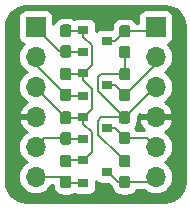
<source format=gbr>
G04 #@! TF.GenerationSoftware,KiCad,Pcbnew,(5.1.4)-1*
G04 #@! TF.CreationDate,2019-10-08T20:24:19-04:00*
G04 #@! TF.ProjectId,logic level shifter (bidirectional),6c6f6769-6320-46c6-9576-656c20736869,rev?*
G04 #@! TF.SameCoordinates,Original*
G04 #@! TF.FileFunction,Copper,L1,Top*
G04 #@! TF.FilePolarity,Positive*
%FSLAX46Y46*%
G04 Gerber Fmt 4.6, Leading zero omitted, Abs format (unit mm)*
G04 Created by KiCad (PCBNEW (5.1.4)-1) date 2019-10-08 20:24:19*
%MOMM*%
%LPD*%
G04 APERTURE LIST*
%ADD10R,0.900000X0.800000*%
%ADD11C,0.100000*%
%ADD12C,0.950000*%
%ADD13O,1.700000X1.700000*%
%ADD14R,1.700000X1.700000*%
%ADD15C,0.177800*%
%ADD16C,0.254000*%
G04 APERTURE END LIST*
D10*
X113122200Y-72202000D03*
X113122200Y-74102000D03*
X115122200Y-73152000D03*
X115122200Y-76835000D03*
X113122200Y-77785000D03*
X113122200Y-75885000D03*
X113122200Y-79568000D03*
X113122200Y-81468000D03*
X115122200Y-80518000D03*
X115122200Y-84201000D03*
X113122200Y-85151000D03*
X113122200Y-83251000D03*
D11*
G36*
X111893779Y-71753144D02*
G01*
X111916834Y-71756563D01*
X111939443Y-71762227D01*
X111961387Y-71770079D01*
X111982457Y-71780044D01*
X112002448Y-71792026D01*
X112021168Y-71805910D01*
X112038438Y-71821562D01*
X112054090Y-71838832D01*
X112067974Y-71857552D01*
X112079956Y-71877543D01*
X112089921Y-71898613D01*
X112097773Y-71920557D01*
X112103437Y-71943166D01*
X112106856Y-71966221D01*
X112108000Y-71989500D01*
X112108000Y-72564500D01*
X112106856Y-72587779D01*
X112103437Y-72610834D01*
X112097773Y-72633443D01*
X112089921Y-72655387D01*
X112079956Y-72676457D01*
X112067974Y-72696448D01*
X112054090Y-72715168D01*
X112038438Y-72732438D01*
X112021168Y-72748090D01*
X112002448Y-72761974D01*
X111982457Y-72773956D01*
X111961387Y-72783921D01*
X111939443Y-72791773D01*
X111916834Y-72797437D01*
X111893779Y-72800856D01*
X111870500Y-72802000D01*
X111395500Y-72802000D01*
X111372221Y-72800856D01*
X111349166Y-72797437D01*
X111326557Y-72791773D01*
X111304613Y-72783921D01*
X111283543Y-72773956D01*
X111263552Y-72761974D01*
X111244832Y-72748090D01*
X111227562Y-72732438D01*
X111211910Y-72715168D01*
X111198026Y-72696448D01*
X111186044Y-72676457D01*
X111176079Y-72655387D01*
X111168227Y-72633443D01*
X111162563Y-72610834D01*
X111159144Y-72587779D01*
X111158000Y-72564500D01*
X111158000Y-71989500D01*
X111159144Y-71966221D01*
X111162563Y-71943166D01*
X111168227Y-71920557D01*
X111176079Y-71898613D01*
X111186044Y-71877543D01*
X111198026Y-71857552D01*
X111211910Y-71838832D01*
X111227562Y-71821562D01*
X111244832Y-71805910D01*
X111263552Y-71792026D01*
X111283543Y-71780044D01*
X111304613Y-71770079D01*
X111326557Y-71762227D01*
X111349166Y-71756563D01*
X111372221Y-71753144D01*
X111395500Y-71752000D01*
X111870500Y-71752000D01*
X111893779Y-71753144D01*
X111893779Y-71753144D01*
G37*
D12*
X111633000Y-72277000D03*
D11*
G36*
X111893779Y-73503144D02*
G01*
X111916834Y-73506563D01*
X111939443Y-73512227D01*
X111961387Y-73520079D01*
X111982457Y-73530044D01*
X112002448Y-73542026D01*
X112021168Y-73555910D01*
X112038438Y-73571562D01*
X112054090Y-73588832D01*
X112067974Y-73607552D01*
X112079956Y-73627543D01*
X112089921Y-73648613D01*
X112097773Y-73670557D01*
X112103437Y-73693166D01*
X112106856Y-73716221D01*
X112108000Y-73739500D01*
X112108000Y-74314500D01*
X112106856Y-74337779D01*
X112103437Y-74360834D01*
X112097773Y-74383443D01*
X112089921Y-74405387D01*
X112079956Y-74426457D01*
X112067974Y-74446448D01*
X112054090Y-74465168D01*
X112038438Y-74482438D01*
X112021168Y-74498090D01*
X112002448Y-74511974D01*
X111982457Y-74523956D01*
X111961387Y-74533921D01*
X111939443Y-74541773D01*
X111916834Y-74547437D01*
X111893779Y-74550856D01*
X111870500Y-74552000D01*
X111395500Y-74552000D01*
X111372221Y-74550856D01*
X111349166Y-74547437D01*
X111326557Y-74541773D01*
X111304613Y-74533921D01*
X111283543Y-74523956D01*
X111263552Y-74511974D01*
X111244832Y-74498090D01*
X111227562Y-74482438D01*
X111211910Y-74465168D01*
X111198026Y-74446448D01*
X111186044Y-74426457D01*
X111176079Y-74405387D01*
X111168227Y-74383443D01*
X111162563Y-74360834D01*
X111159144Y-74337779D01*
X111158000Y-74314500D01*
X111158000Y-73739500D01*
X111159144Y-73716221D01*
X111162563Y-73693166D01*
X111168227Y-73670557D01*
X111176079Y-73648613D01*
X111186044Y-73627543D01*
X111198026Y-73607552D01*
X111211910Y-73588832D01*
X111227562Y-73571562D01*
X111244832Y-73555910D01*
X111263552Y-73542026D01*
X111283543Y-73530044D01*
X111304613Y-73520079D01*
X111326557Y-73512227D01*
X111349166Y-73506563D01*
X111372221Y-73503144D01*
X111395500Y-73502000D01*
X111870500Y-73502000D01*
X111893779Y-73503144D01*
X111893779Y-73503144D01*
G37*
D12*
X111633000Y-74027000D03*
D11*
G36*
X116897579Y-71803944D02*
G01*
X116920634Y-71807363D01*
X116943243Y-71813027D01*
X116965187Y-71820879D01*
X116986257Y-71830844D01*
X117006248Y-71842826D01*
X117024968Y-71856710D01*
X117042238Y-71872362D01*
X117057890Y-71889632D01*
X117071774Y-71908352D01*
X117083756Y-71928343D01*
X117093721Y-71949413D01*
X117101573Y-71971357D01*
X117107237Y-71993966D01*
X117110656Y-72017021D01*
X117111800Y-72040300D01*
X117111800Y-72615300D01*
X117110656Y-72638579D01*
X117107237Y-72661634D01*
X117101573Y-72684243D01*
X117093721Y-72706187D01*
X117083756Y-72727257D01*
X117071774Y-72747248D01*
X117057890Y-72765968D01*
X117042238Y-72783238D01*
X117024968Y-72798890D01*
X117006248Y-72812774D01*
X116986257Y-72824756D01*
X116965187Y-72834721D01*
X116943243Y-72842573D01*
X116920634Y-72848237D01*
X116897579Y-72851656D01*
X116874300Y-72852800D01*
X116399300Y-72852800D01*
X116376021Y-72851656D01*
X116352966Y-72848237D01*
X116330357Y-72842573D01*
X116308413Y-72834721D01*
X116287343Y-72824756D01*
X116267352Y-72812774D01*
X116248632Y-72798890D01*
X116231362Y-72783238D01*
X116215710Y-72765968D01*
X116201826Y-72747248D01*
X116189844Y-72727257D01*
X116179879Y-72706187D01*
X116172027Y-72684243D01*
X116166363Y-72661634D01*
X116162944Y-72638579D01*
X116161800Y-72615300D01*
X116161800Y-72040300D01*
X116162944Y-72017021D01*
X116166363Y-71993966D01*
X116172027Y-71971357D01*
X116179879Y-71949413D01*
X116189844Y-71928343D01*
X116201826Y-71908352D01*
X116215710Y-71889632D01*
X116231362Y-71872362D01*
X116248632Y-71856710D01*
X116267352Y-71842826D01*
X116287343Y-71830844D01*
X116308413Y-71820879D01*
X116330357Y-71813027D01*
X116352966Y-71807363D01*
X116376021Y-71803944D01*
X116399300Y-71802800D01*
X116874300Y-71802800D01*
X116897579Y-71803944D01*
X116897579Y-71803944D01*
G37*
D12*
X116636800Y-72327800D03*
D11*
G36*
X116897579Y-73553944D02*
G01*
X116920634Y-73557363D01*
X116943243Y-73563027D01*
X116965187Y-73570879D01*
X116986257Y-73580844D01*
X117006248Y-73592826D01*
X117024968Y-73606710D01*
X117042238Y-73622362D01*
X117057890Y-73639632D01*
X117071774Y-73658352D01*
X117083756Y-73678343D01*
X117093721Y-73699413D01*
X117101573Y-73721357D01*
X117107237Y-73743966D01*
X117110656Y-73767021D01*
X117111800Y-73790300D01*
X117111800Y-74365300D01*
X117110656Y-74388579D01*
X117107237Y-74411634D01*
X117101573Y-74434243D01*
X117093721Y-74456187D01*
X117083756Y-74477257D01*
X117071774Y-74497248D01*
X117057890Y-74515968D01*
X117042238Y-74533238D01*
X117024968Y-74548890D01*
X117006248Y-74562774D01*
X116986257Y-74574756D01*
X116965187Y-74584721D01*
X116943243Y-74592573D01*
X116920634Y-74598237D01*
X116897579Y-74601656D01*
X116874300Y-74602800D01*
X116399300Y-74602800D01*
X116376021Y-74601656D01*
X116352966Y-74598237D01*
X116330357Y-74592573D01*
X116308413Y-74584721D01*
X116287343Y-74574756D01*
X116267352Y-74562774D01*
X116248632Y-74548890D01*
X116231362Y-74533238D01*
X116215710Y-74515968D01*
X116201826Y-74497248D01*
X116189844Y-74477257D01*
X116179879Y-74456187D01*
X116172027Y-74434243D01*
X116166363Y-74411634D01*
X116162944Y-74388579D01*
X116161800Y-74365300D01*
X116161800Y-73790300D01*
X116162944Y-73767021D01*
X116166363Y-73743966D01*
X116172027Y-73721357D01*
X116179879Y-73699413D01*
X116189844Y-73678343D01*
X116201826Y-73658352D01*
X116215710Y-73639632D01*
X116231362Y-73622362D01*
X116248632Y-73606710D01*
X116267352Y-73592826D01*
X116287343Y-73580844D01*
X116308413Y-73570879D01*
X116330357Y-73563027D01*
X116352966Y-73557363D01*
X116376021Y-73553944D01*
X116399300Y-73552800D01*
X116874300Y-73552800D01*
X116897579Y-73553944D01*
X116897579Y-73553944D01*
G37*
D12*
X116636800Y-74077800D03*
D11*
G36*
X111893779Y-75436144D02*
G01*
X111916834Y-75439563D01*
X111939443Y-75445227D01*
X111961387Y-75453079D01*
X111982457Y-75463044D01*
X112002448Y-75475026D01*
X112021168Y-75488910D01*
X112038438Y-75504562D01*
X112054090Y-75521832D01*
X112067974Y-75540552D01*
X112079956Y-75560543D01*
X112089921Y-75581613D01*
X112097773Y-75603557D01*
X112103437Y-75626166D01*
X112106856Y-75649221D01*
X112108000Y-75672500D01*
X112108000Y-76247500D01*
X112106856Y-76270779D01*
X112103437Y-76293834D01*
X112097773Y-76316443D01*
X112089921Y-76338387D01*
X112079956Y-76359457D01*
X112067974Y-76379448D01*
X112054090Y-76398168D01*
X112038438Y-76415438D01*
X112021168Y-76431090D01*
X112002448Y-76444974D01*
X111982457Y-76456956D01*
X111961387Y-76466921D01*
X111939443Y-76474773D01*
X111916834Y-76480437D01*
X111893779Y-76483856D01*
X111870500Y-76485000D01*
X111395500Y-76485000D01*
X111372221Y-76483856D01*
X111349166Y-76480437D01*
X111326557Y-76474773D01*
X111304613Y-76466921D01*
X111283543Y-76456956D01*
X111263552Y-76444974D01*
X111244832Y-76431090D01*
X111227562Y-76415438D01*
X111211910Y-76398168D01*
X111198026Y-76379448D01*
X111186044Y-76359457D01*
X111176079Y-76338387D01*
X111168227Y-76316443D01*
X111162563Y-76293834D01*
X111159144Y-76270779D01*
X111158000Y-76247500D01*
X111158000Y-75672500D01*
X111159144Y-75649221D01*
X111162563Y-75626166D01*
X111168227Y-75603557D01*
X111176079Y-75581613D01*
X111186044Y-75560543D01*
X111198026Y-75540552D01*
X111211910Y-75521832D01*
X111227562Y-75504562D01*
X111244832Y-75488910D01*
X111263552Y-75475026D01*
X111283543Y-75463044D01*
X111304613Y-75453079D01*
X111326557Y-75445227D01*
X111349166Y-75439563D01*
X111372221Y-75436144D01*
X111395500Y-75435000D01*
X111870500Y-75435000D01*
X111893779Y-75436144D01*
X111893779Y-75436144D01*
G37*
D12*
X111633000Y-75960000D03*
D11*
G36*
X111893779Y-77186144D02*
G01*
X111916834Y-77189563D01*
X111939443Y-77195227D01*
X111961387Y-77203079D01*
X111982457Y-77213044D01*
X112002448Y-77225026D01*
X112021168Y-77238910D01*
X112038438Y-77254562D01*
X112054090Y-77271832D01*
X112067974Y-77290552D01*
X112079956Y-77310543D01*
X112089921Y-77331613D01*
X112097773Y-77353557D01*
X112103437Y-77376166D01*
X112106856Y-77399221D01*
X112108000Y-77422500D01*
X112108000Y-77997500D01*
X112106856Y-78020779D01*
X112103437Y-78043834D01*
X112097773Y-78066443D01*
X112089921Y-78088387D01*
X112079956Y-78109457D01*
X112067974Y-78129448D01*
X112054090Y-78148168D01*
X112038438Y-78165438D01*
X112021168Y-78181090D01*
X112002448Y-78194974D01*
X111982457Y-78206956D01*
X111961387Y-78216921D01*
X111939443Y-78224773D01*
X111916834Y-78230437D01*
X111893779Y-78233856D01*
X111870500Y-78235000D01*
X111395500Y-78235000D01*
X111372221Y-78233856D01*
X111349166Y-78230437D01*
X111326557Y-78224773D01*
X111304613Y-78216921D01*
X111283543Y-78206956D01*
X111263552Y-78194974D01*
X111244832Y-78181090D01*
X111227562Y-78165438D01*
X111211910Y-78148168D01*
X111198026Y-78129448D01*
X111186044Y-78109457D01*
X111176079Y-78088387D01*
X111168227Y-78066443D01*
X111162563Y-78043834D01*
X111159144Y-78020779D01*
X111158000Y-77997500D01*
X111158000Y-77422500D01*
X111159144Y-77399221D01*
X111162563Y-77376166D01*
X111168227Y-77353557D01*
X111176079Y-77331613D01*
X111186044Y-77310543D01*
X111198026Y-77290552D01*
X111211910Y-77271832D01*
X111227562Y-77254562D01*
X111244832Y-77238910D01*
X111263552Y-77225026D01*
X111283543Y-77213044D01*
X111304613Y-77203079D01*
X111326557Y-77195227D01*
X111349166Y-77189563D01*
X111372221Y-77186144D01*
X111395500Y-77185000D01*
X111870500Y-77185000D01*
X111893779Y-77186144D01*
X111893779Y-77186144D01*
G37*
D12*
X111633000Y-77710000D03*
D11*
G36*
X116897579Y-77186144D02*
G01*
X116920634Y-77189563D01*
X116943243Y-77195227D01*
X116965187Y-77203079D01*
X116986257Y-77213044D01*
X117006248Y-77225026D01*
X117024968Y-77238910D01*
X117042238Y-77254562D01*
X117057890Y-77271832D01*
X117071774Y-77290552D01*
X117083756Y-77310543D01*
X117093721Y-77331613D01*
X117101573Y-77353557D01*
X117107237Y-77376166D01*
X117110656Y-77399221D01*
X117111800Y-77422500D01*
X117111800Y-77997500D01*
X117110656Y-78020779D01*
X117107237Y-78043834D01*
X117101573Y-78066443D01*
X117093721Y-78088387D01*
X117083756Y-78109457D01*
X117071774Y-78129448D01*
X117057890Y-78148168D01*
X117042238Y-78165438D01*
X117024968Y-78181090D01*
X117006248Y-78194974D01*
X116986257Y-78206956D01*
X116965187Y-78216921D01*
X116943243Y-78224773D01*
X116920634Y-78230437D01*
X116897579Y-78233856D01*
X116874300Y-78235000D01*
X116399300Y-78235000D01*
X116376021Y-78233856D01*
X116352966Y-78230437D01*
X116330357Y-78224773D01*
X116308413Y-78216921D01*
X116287343Y-78206956D01*
X116267352Y-78194974D01*
X116248632Y-78181090D01*
X116231362Y-78165438D01*
X116215710Y-78148168D01*
X116201826Y-78129448D01*
X116189844Y-78109457D01*
X116179879Y-78088387D01*
X116172027Y-78066443D01*
X116166363Y-78043834D01*
X116162944Y-78020779D01*
X116161800Y-77997500D01*
X116161800Y-77422500D01*
X116162944Y-77399221D01*
X116166363Y-77376166D01*
X116172027Y-77353557D01*
X116179879Y-77331613D01*
X116189844Y-77310543D01*
X116201826Y-77290552D01*
X116215710Y-77271832D01*
X116231362Y-77254562D01*
X116248632Y-77238910D01*
X116267352Y-77225026D01*
X116287343Y-77213044D01*
X116308413Y-77203079D01*
X116330357Y-77195227D01*
X116352966Y-77189563D01*
X116376021Y-77186144D01*
X116399300Y-77185000D01*
X116874300Y-77185000D01*
X116897579Y-77186144D01*
X116897579Y-77186144D01*
G37*
D12*
X116636800Y-77710000D03*
D11*
G36*
X116897579Y-75436144D02*
G01*
X116920634Y-75439563D01*
X116943243Y-75445227D01*
X116965187Y-75453079D01*
X116986257Y-75463044D01*
X117006248Y-75475026D01*
X117024968Y-75488910D01*
X117042238Y-75504562D01*
X117057890Y-75521832D01*
X117071774Y-75540552D01*
X117083756Y-75560543D01*
X117093721Y-75581613D01*
X117101573Y-75603557D01*
X117107237Y-75626166D01*
X117110656Y-75649221D01*
X117111800Y-75672500D01*
X117111800Y-76247500D01*
X117110656Y-76270779D01*
X117107237Y-76293834D01*
X117101573Y-76316443D01*
X117093721Y-76338387D01*
X117083756Y-76359457D01*
X117071774Y-76379448D01*
X117057890Y-76398168D01*
X117042238Y-76415438D01*
X117024968Y-76431090D01*
X117006248Y-76444974D01*
X116986257Y-76456956D01*
X116965187Y-76466921D01*
X116943243Y-76474773D01*
X116920634Y-76480437D01*
X116897579Y-76483856D01*
X116874300Y-76485000D01*
X116399300Y-76485000D01*
X116376021Y-76483856D01*
X116352966Y-76480437D01*
X116330357Y-76474773D01*
X116308413Y-76466921D01*
X116287343Y-76456956D01*
X116267352Y-76444974D01*
X116248632Y-76431090D01*
X116231362Y-76415438D01*
X116215710Y-76398168D01*
X116201826Y-76379448D01*
X116189844Y-76359457D01*
X116179879Y-76338387D01*
X116172027Y-76316443D01*
X116166363Y-76293834D01*
X116162944Y-76270779D01*
X116161800Y-76247500D01*
X116161800Y-75672500D01*
X116162944Y-75649221D01*
X116166363Y-75626166D01*
X116172027Y-75603557D01*
X116179879Y-75581613D01*
X116189844Y-75560543D01*
X116201826Y-75540552D01*
X116215710Y-75521832D01*
X116231362Y-75504562D01*
X116248632Y-75488910D01*
X116267352Y-75475026D01*
X116287343Y-75463044D01*
X116308413Y-75453079D01*
X116330357Y-75445227D01*
X116352966Y-75439563D01*
X116376021Y-75436144D01*
X116399300Y-75435000D01*
X116874300Y-75435000D01*
X116897579Y-75436144D01*
X116897579Y-75436144D01*
G37*
D12*
X116636800Y-75960000D03*
D11*
G36*
X111893779Y-79119144D02*
G01*
X111916834Y-79122563D01*
X111939443Y-79128227D01*
X111961387Y-79136079D01*
X111982457Y-79146044D01*
X112002448Y-79158026D01*
X112021168Y-79171910D01*
X112038438Y-79187562D01*
X112054090Y-79204832D01*
X112067974Y-79223552D01*
X112079956Y-79243543D01*
X112089921Y-79264613D01*
X112097773Y-79286557D01*
X112103437Y-79309166D01*
X112106856Y-79332221D01*
X112108000Y-79355500D01*
X112108000Y-79930500D01*
X112106856Y-79953779D01*
X112103437Y-79976834D01*
X112097773Y-79999443D01*
X112089921Y-80021387D01*
X112079956Y-80042457D01*
X112067974Y-80062448D01*
X112054090Y-80081168D01*
X112038438Y-80098438D01*
X112021168Y-80114090D01*
X112002448Y-80127974D01*
X111982457Y-80139956D01*
X111961387Y-80149921D01*
X111939443Y-80157773D01*
X111916834Y-80163437D01*
X111893779Y-80166856D01*
X111870500Y-80168000D01*
X111395500Y-80168000D01*
X111372221Y-80166856D01*
X111349166Y-80163437D01*
X111326557Y-80157773D01*
X111304613Y-80149921D01*
X111283543Y-80139956D01*
X111263552Y-80127974D01*
X111244832Y-80114090D01*
X111227562Y-80098438D01*
X111211910Y-80081168D01*
X111198026Y-80062448D01*
X111186044Y-80042457D01*
X111176079Y-80021387D01*
X111168227Y-79999443D01*
X111162563Y-79976834D01*
X111159144Y-79953779D01*
X111158000Y-79930500D01*
X111158000Y-79355500D01*
X111159144Y-79332221D01*
X111162563Y-79309166D01*
X111168227Y-79286557D01*
X111176079Y-79264613D01*
X111186044Y-79243543D01*
X111198026Y-79223552D01*
X111211910Y-79204832D01*
X111227562Y-79187562D01*
X111244832Y-79171910D01*
X111263552Y-79158026D01*
X111283543Y-79146044D01*
X111304613Y-79136079D01*
X111326557Y-79128227D01*
X111349166Y-79122563D01*
X111372221Y-79119144D01*
X111395500Y-79118000D01*
X111870500Y-79118000D01*
X111893779Y-79119144D01*
X111893779Y-79119144D01*
G37*
D12*
X111633000Y-79643000D03*
D11*
G36*
X111893779Y-80869144D02*
G01*
X111916834Y-80872563D01*
X111939443Y-80878227D01*
X111961387Y-80886079D01*
X111982457Y-80896044D01*
X112002448Y-80908026D01*
X112021168Y-80921910D01*
X112038438Y-80937562D01*
X112054090Y-80954832D01*
X112067974Y-80973552D01*
X112079956Y-80993543D01*
X112089921Y-81014613D01*
X112097773Y-81036557D01*
X112103437Y-81059166D01*
X112106856Y-81082221D01*
X112108000Y-81105500D01*
X112108000Y-81680500D01*
X112106856Y-81703779D01*
X112103437Y-81726834D01*
X112097773Y-81749443D01*
X112089921Y-81771387D01*
X112079956Y-81792457D01*
X112067974Y-81812448D01*
X112054090Y-81831168D01*
X112038438Y-81848438D01*
X112021168Y-81864090D01*
X112002448Y-81877974D01*
X111982457Y-81889956D01*
X111961387Y-81899921D01*
X111939443Y-81907773D01*
X111916834Y-81913437D01*
X111893779Y-81916856D01*
X111870500Y-81918000D01*
X111395500Y-81918000D01*
X111372221Y-81916856D01*
X111349166Y-81913437D01*
X111326557Y-81907773D01*
X111304613Y-81899921D01*
X111283543Y-81889956D01*
X111263552Y-81877974D01*
X111244832Y-81864090D01*
X111227562Y-81848438D01*
X111211910Y-81831168D01*
X111198026Y-81812448D01*
X111186044Y-81792457D01*
X111176079Y-81771387D01*
X111168227Y-81749443D01*
X111162563Y-81726834D01*
X111159144Y-81703779D01*
X111158000Y-81680500D01*
X111158000Y-81105500D01*
X111159144Y-81082221D01*
X111162563Y-81059166D01*
X111168227Y-81036557D01*
X111176079Y-81014613D01*
X111186044Y-80993543D01*
X111198026Y-80973552D01*
X111211910Y-80954832D01*
X111227562Y-80937562D01*
X111244832Y-80921910D01*
X111263552Y-80908026D01*
X111283543Y-80896044D01*
X111304613Y-80886079D01*
X111326557Y-80878227D01*
X111349166Y-80872563D01*
X111372221Y-80869144D01*
X111395500Y-80868000D01*
X111870500Y-80868000D01*
X111893779Y-80869144D01*
X111893779Y-80869144D01*
G37*
D12*
X111633000Y-81393000D03*
D11*
G36*
X116872179Y-80843744D02*
G01*
X116895234Y-80847163D01*
X116917843Y-80852827D01*
X116939787Y-80860679D01*
X116960857Y-80870644D01*
X116980848Y-80882626D01*
X116999568Y-80896510D01*
X117016838Y-80912162D01*
X117032490Y-80929432D01*
X117046374Y-80948152D01*
X117058356Y-80968143D01*
X117068321Y-80989213D01*
X117076173Y-81011157D01*
X117081837Y-81033766D01*
X117085256Y-81056821D01*
X117086400Y-81080100D01*
X117086400Y-81655100D01*
X117085256Y-81678379D01*
X117081837Y-81701434D01*
X117076173Y-81724043D01*
X117068321Y-81745987D01*
X117058356Y-81767057D01*
X117046374Y-81787048D01*
X117032490Y-81805768D01*
X117016838Y-81823038D01*
X116999568Y-81838690D01*
X116980848Y-81852574D01*
X116960857Y-81864556D01*
X116939787Y-81874521D01*
X116917843Y-81882373D01*
X116895234Y-81888037D01*
X116872179Y-81891456D01*
X116848900Y-81892600D01*
X116373900Y-81892600D01*
X116350621Y-81891456D01*
X116327566Y-81888037D01*
X116304957Y-81882373D01*
X116283013Y-81874521D01*
X116261943Y-81864556D01*
X116241952Y-81852574D01*
X116223232Y-81838690D01*
X116205962Y-81823038D01*
X116190310Y-81805768D01*
X116176426Y-81787048D01*
X116164444Y-81767057D01*
X116154479Y-81745987D01*
X116146627Y-81724043D01*
X116140963Y-81701434D01*
X116137544Y-81678379D01*
X116136400Y-81655100D01*
X116136400Y-81080100D01*
X116137544Y-81056821D01*
X116140963Y-81033766D01*
X116146627Y-81011157D01*
X116154479Y-80989213D01*
X116164444Y-80968143D01*
X116176426Y-80948152D01*
X116190310Y-80929432D01*
X116205962Y-80912162D01*
X116223232Y-80896510D01*
X116241952Y-80882626D01*
X116261943Y-80870644D01*
X116283013Y-80860679D01*
X116304957Y-80852827D01*
X116327566Y-80847163D01*
X116350621Y-80843744D01*
X116373900Y-80842600D01*
X116848900Y-80842600D01*
X116872179Y-80843744D01*
X116872179Y-80843744D01*
G37*
D12*
X116611400Y-81367600D03*
D11*
G36*
X116872179Y-79093744D02*
G01*
X116895234Y-79097163D01*
X116917843Y-79102827D01*
X116939787Y-79110679D01*
X116960857Y-79120644D01*
X116980848Y-79132626D01*
X116999568Y-79146510D01*
X117016838Y-79162162D01*
X117032490Y-79179432D01*
X117046374Y-79198152D01*
X117058356Y-79218143D01*
X117068321Y-79239213D01*
X117076173Y-79261157D01*
X117081837Y-79283766D01*
X117085256Y-79306821D01*
X117086400Y-79330100D01*
X117086400Y-79905100D01*
X117085256Y-79928379D01*
X117081837Y-79951434D01*
X117076173Y-79974043D01*
X117068321Y-79995987D01*
X117058356Y-80017057D01*
X117046374Y-80037048D01*
X117032490Y-80055768D01*
X117016838Y-80073038D01*
X116999568Y-80088690D01*
X116980848Y-80102574D01*
X116960857Y-80114556D01*
X116939787Y-80124521D01*
X116917843Y-80132373D01*
X116895234Y-80138037D01*
X116872179Y-80141456D01*
X116848900Y-80142600D01*
X116373900Y-80142600D01*
X116350621Y-80141456D01*
X116327566Y-80138037D01*
X116304957Y-80132373D01*
X116283013Y-80124521D01*
X116261943Y-80114556D01*
X116241952Y-80102574D01*
X116223232Y-80088690D01*
X116205962Y-80073038D01*
X116190310Y-80055768D01*
X116176426Y-80037048D01*
X116164444Y-80017057D01*
X116154479Y-79995987D01*
X116146627Y-79974043D01*
X116140963Y-79951434D01*
X116137544Y-79928379D01*
X116136400Y-79905100D01*
X116136400Y-79330100D01*
X116137544Y-79306821D01*
X116140963Y-79283766D01*
X116146627Y-79261157D01*
X116154479Y-79239213D01*
X116164444Y-79218143D01*
X116176426Y-79198152D01*
X116190310Y-79179432D01*
X116205962Y-79162162D01*
X116223232Y-79146510D01*
X116241952Y-79132626D01*
X116261943Y-79120644D01*
X116283013Y-79110679D01*
X116304957Y-79102827D01*
X116327566Y-79097163D01*
X116350621Y-79093744D01*
X116373900Y-79092600D01*
X116848900Y-79092600D01*
X116872179Y-79093744D01*
X116872179Y-79093744D01*
G37*
D12*
X116611400Y-79617600D03*
D11*
G36*
X111893779Y-82802144D02*
G01*
X111916834Y-82805563D01*
X111939443Y-82811227D01*
X111961387Y-82819079D01*
X111982457Y-82829044D01*
X112002448Y-82841026D01*
X112021168Y-82854910D01*
X112038438Y-82870562D01*
X112054090Y-82887832D01*
X112067974Y-82906552D01*
X112079956Y-82926543D01*
X112089921Y-82947613D01*
X112097773Y-82969557D01*
X112103437Y-82992166D01*
X112106856Y-83015221D01*
X112108000Y-83038500D01*
X112108000Y-83613500D01*
X112106856Y-83636779D01*
X112103437Y-83659834D01*
X112097773Y-83682443D01*
X112089921Y-83704387D01*
X112079956Y-83725457D01*
X112067974Y-83745448D01*
X112054090Y-83764168D01*
X112038438Y-83781438D01*
X112021168Y-83797090D01*
X112002448Y-83810974D01*
X111982457Y-83822956D01*
X111961387Y-83832921D01*
X111939443Y-83840773D01*
X111916834Y-83846437D01*
X111893779Y-83849856D01*
X111870500Y-83851000D01*
X111395500Y-83851000D01*
X111372221Y-83849856D01*
X111349166Y-83846437D01*
X111326557Y-83840773D01*
X111304613Y-83832921D01*
X111283543Y-83822956D01*
X111263552Y-83810974D01*
X111244832Y-83797090D01*
X111227562Y-83781438D01*
X111211910Y-83764168D01*
X111198026Y-83745448D01*
X111186044Y-83725457D01*
X111176079Y-83704387D01*
X111168227Y-83682443D01*
X111162563Y-83659834D01*
X111159144Y-83636779D01*
X111158000Y-83613500D01*
X111158000Y-83038500D01*
X111159144Y-83015221D01*
X111162563Y-82992166D01*
X111168227Y-82969557D01*
X111176079Y-82947613D01*
X111186044Y-82926543D01*
X111198026Y-82906552D01*
X111211910Y-82887832D01*
X111227562Y-82870562D01*
X111244832Y-82854910D01*
X111263552Y-82841026D01*
X111283543Y-82829044D01*
X111304613Y-82819079D01*
X111326557Y-82811227D01*
X111349166Y-82805563D01*
X111372221Y-82802144D01*
X111395500Y-82801000D01*
X111870500Y-82801000D01*
X111893779Y-82802144D01*
X111893779Y-82802144D01*
G37*
D12*
X111633000Y-83326000D03*
D11*
G36*
X111893779Y-84552144D02*
G01*
X111916834Y-84555563D01*
X111939443Y-84561227D01*
X111961387Y-84569079D01*
X111982457Y-84579044D01*
X112002448Y-84591026D01*
X112021168Y-84604910D01*
X112038438Y-84620562D01*
X112054090Y-84637832D01*
X112067974Y-84656552D01*
X112079956Y-84676543D01*
X112089921Y-84697613D01*
X112097773Y-84719557D01*
X112103437Y-84742166D01*
X112106856Y-84765221D01*
X112108000Y-84788500D01*
X112108000Y-85363500D01*
X112106856Y-85386779D01*
X112103437Y-85409834D01*
X112097773Y-85432443D01*
X112089921Y-85454387D01*
X112079956Y-85475457D01*
X112067974Y-85495448D01*
X112054090Y-85514168D01*
X112038438Y-85531438D01*
X112021168Y-85547090D01*
X112002448Y-85560974D01*
X111982457Y-85572956D01*
X111961387Y-85582921D01*
X111939443Y-85590773D01*
X111916834Y-85596437D01*
X111893779Y-85599856D01*
X111870500Y-85601000D01*
X111395500Y-85601000D01*
X111372221Y-85599856D01*
X111349166Y-85596437D01*
X111326557Y-85590773D01*
X111304613Y-85582921D01*
X111283543Y-85572956D01*
X111263552Y-85560974D01*
X111244832Y-85547090D01*
X111227562Y-85531438D01*
X111211910Y-85514168D01*
X111198026Y-85495448D01*
X111186044Y-85475457D01*
X111176079Y-85454387D01*
X111168227Y-85432443D01*
X111162563Y-85409834D01*
X111159144Y-85386779D01*
X111158000Y-85363500D01*
X111158000Y-84788500D01*
X111159144Y-84765221D01*
X111162563Y-84742166D01*
X111168227Y-84719557D01*
X111176079Y-84697613D01*
X111186044Y-84676543D01*
X111198026Y-84656552D01*
X111211910Y-84637832D01*
X111227562Y-84620562D01*
X111244832Y-84604910D01*
X111263552Y-84591026D01*
X111283543Y-84579044D01*
X111304613Y-84569079D01*
X111326557Y-84561227D01*
X111349166Y-84555563D01*
X111372221Y-84552144D01*
X111395500Y-84551000D01*
X111870500Y-84551000D01*
X111893779Y-84552144D01*
X111893779Y-84552144D01*
G37*
D12*
X111633000Y-85076000D03*
D11*
G36*
X116872179Y-82802144D02*
G01*
X116895234Y-82805563D01*
X116917843Y-82811227D01*
X116939787Y-82819079D01*
X116960857Y-82829044D01*
X116980848Y-82841026D01*
X116999568Y-82854910D01*
X117016838Y-82870562D01*
X117032490Y-82887832D01*
X117046374Y-82906552D01*
X117058356Y-82926543D01*
X117068321Y-82947613D01*
X117076173Y-82969557D01*
X117081837Y-82992166D01*
X117085256Y-83015221D01*
X117086400Y-83038500D01*
X117086400Y-83613500D01*
X117085256Y-83636779D01*
X117081837Y-83659834D01*
X117076173Y-83682443D01*
X117068321Y-83704387D01*
X117058356Y-83725457D01*
X117046374Y-83745448D01*
X117032490Y-83764168D01*
X117016838Y-83781438D01*
X116999568Y-83797090D01*
X116980848Y-83810974D01*
X116960857Y-83822956D01*
X116939787Y-83832921D01*
X116917843Y-83840773D01*
X116895234Y-83846437D01*
X116872179Y-83849856D01*
X116848900Y-83851000D01*
X116373900Y-83851000D01*
X116350621Y-83849856D01*
X116327566Y-83846437D01*
X116304957Y-83840773D01*
X116283013Y-83832921D01*
X116261943Y-83822956D01*
X116241952Y-83810974D01*
X116223232Y-83797090D01*
X116205962Y-83781438D01*
X116190310Y-83764168D01*
X116176426Y-83745448D01*
X116164444Y-83725457D01*
X116154479Y-83704387D01*
X116146627Y-83682443D01*
X116140963Y-83659834D01*
X116137544Y-83636779D01*
X116136400Y-83613500D01*
X116136400Y-83038500D01*
X116137544Y-83015221D01*
X116140963Y-82992166D01*
X116146627Y-82969557D01*
X116154479Y-82947613D01*
X116164444Y-82926543D01*
X116176426Y-82906552D01*
X116190310Y-82887832D01*
X116205962Y-82870562D01*
X116223232Y-82854910D01*
X116241952Y-82841026D01*
X116261943Y-82829044D01*
X116283013Y-82819079D01*
X116304957Y-82811227D01*
X116327566Y-82805563D01*
X116350621Y-82802144D01*
X116373900Y-82801000D01*
X116848900Y-82801000D01*
X116872179Y-82802144D01*
X116872179Y-82802144D01*
G37*
D12*
X116611400Y-83326000D03*
D11*
G36*
X116872179Y-84552144D02*
G01*
X116895234Y-84555563D01*
X116917843Y-84561227D01*
X116939787Y-84569079D01*
X116960857Y-84579044D01*
X116980848Y-84591026D01*
X116999568Y-84604910D01*
X117016838Y-84620562D01*
X117032490Y-84637832D01*
X117046374Y-84656552D01*
X117058356Y-84676543D01*
X117068321Y-84697613D01*
X117076173Y-84719557D01*
X117081837Y-84742166D01*
X117085256Y-84765221D01*
X117086400Y-84788500D01*
X117086400Y-85363500D01*
X117085256Y-85386779D01*
X117081837Y-85409834D01*
X117076173Y-85432443D01*
X117068321Y-85454387D01*
X117058356Y-85475457D01*
X117046374Y-85495448D01*
X117032490Y-85514168D01*
X117016838Y-85531438D01*
X116999568Y-85547090D01*
X116980848Y-85560974D01*
X116960857Y-85572956D01*
X116939787Y-85582921D01*
X116917843Y-85590773D01*
X116895234Y-85596437D01*
X116872179Y-85599856D01*
X116848900Y-85601000D01*
X116373900Y-85601000D01*
X116350621Y-85599856D01*
X116327566Y-85596437D01*
X116304957Y-85590773D01*
X116283013Y-85582921D01*
X116261943Y-85572956D01*
X116241952Y-85560974D01*
X116223232Y-85547090D01*
X116205962Y-85531438D01*
X116190310Y-85514168D01*
X116176426Y-85495448D01*
X116164444Y-85475457D01*
X116154479Y-85454387D01*
X116146627Y-85432443D01*
X116140963Y-85409834D01*
X116137544Y-85386779D01*
X116136400Y-85363500D01*
X116136400Y-84788500D01*
X116137544Y-84765221D01*
X116140963Y-84742166D01*
X116146627Y-84719557D01*
X116154479Y-84697613D01*
X116164444Y-84676543D01*
X116176426Y-84656552D01*
X116190310Y-84637832D01*
X116205962Y-84620562D01*
X116223232Y-84604910D01*
X116241952Y-84591026D01*
X116261943Y-84579044D01*
X116283013Y-84569079D01*
X116304957Y-84561227D01*
X116327566Y-84555563D01*
X116350621Y-84552144D01*
X116373900Y-84551000D01*
X116848900Y-84551000D01*
X116872179Y-84552144D01*
X116872179Y-84552144D01*
G37*
D12*
X116611400Y-85076000D03*
D13*
X109093000Y-84658200D03*
X109093000Y-82118200D03*
X109093000Y-79578200D03*
X109093000Y-77038200D03*
X109093000Y-74498200D03*
D14*
X109093000Y-71958200D03*
X119253000Y-71958200D03*
D13*
X119253000Y-74498200D03*
X119253000Y-77038200D03*
X119253000Y-79578200D03*
X119253000Y-82118200D03*
X119253000Y-84658200D03*
D15*
X113225000Y-85076000D02*
X113300000Y-85151000D01*
X111215200Y-84658200D02*
X111633000Y-85076000D01*
X109093000Y-84658200D02*
X111215200Y-84658200D01*
X111708000Y-85151000D02*
X111633000Y-85076000D01*
X113122200Y-85151000D02*
X111708000Y-85151000D01*
X109818200Y-81393000D02*
X109093000Y-82118200D01*
X111633000Y-81393000D02*
X109818200Y-81393000D01*
X111708000Y-81468000D02*
X111633000Y-81393000D01*
X113122200Y-81468000D02*
X111708000Y-81468000D01*
X111708000Y-83251000D02*
X111633000Y-83326000D01*
X113122200Y-83251000D02*
X111708000Y-83251000D01*
X113047200Y-79643000D02*
X113122200Y-79568000D01*
X111633000Y-79643000D02*
X113047200Y-79643000D01*
X113047200Y-75960000D02*
X113122200Y-75885000D01*
X111633000Y-75960000D02*
X113047200Y-75960000D01*
X113047200Y-72277000D02*
X113122200Y-72202000D01*
X111633000Y-72277000D02*
X113047200Y-72277000D01*
X113172200Y-75885000D02*
X113122200Y-75885000D01*
X113861101Y-75196099D02*
X113172200Y-75885000D01*
X113861101Y-73518701D02*
X113861101Y-75196099D01*
X113122200Y-72779800D02*
X113861101Y-73518701D01*
X113122200Y-72202000D02*
X113122200Y-72779800D01*
X113172200Y-79568000D02*
X113122200Y-79568000D01*
X113861101Y-78879099D02*
X113172200Y-79568000D01*
X113861101Y-77201701D02*
X113861101Y-78879099D01*
X113122200Y-76462800D02*
X113861101Y-77201701D01*
X113122200Y-75885000D02*
X113122200Y-76462800D01*
X113172200Y-83251000D02*
X113122200Y-83251000D01*
X113861101Y-82562099D02*
X113172200Y-83251000D01*
X113861101Y-80884701D02*
X113861101Y-82562099D01*
X113122200Y-80145800D02*
X113861101Y-80884701D01*
X113122200Y-79568000D02*
X113122200Y-80145800D01*
X109093000Y-77103000D02*
X109093000Y-77038200D01*
X111633000Y-79643000D02*
X109093000Y-77103000D01*
X109093000Y-75170000D02*
X109093000Y-74498200D01*
X111633000Y-77710000D02*
X109093000Y-75170000D01*
X111708000Y-77785000D02*
X111633000Y-77710000D01*
X113122200Y-77785000D02*
X111708000Y-77785000D01*
X113225000Y-74027000D02*
X113300000Y-74102000D01*
X109093000Y-72062000D02*
X109093000Y-71958200D01*
X111058000Y-74027000D02*
X109093000Y-72062000D01*
X111633000Y-74027000D02*
X111058000Y-74027000D01*
X111708000Y-74102000D02*
X111633000Y-74027000D01*
X113122200Y-74102000D02*
X111708000Y-74102000D01*
X115812600Y-73152000D02*
X116636800Y-72327800D01*
X115122200Y-73152000D02*
X115812600Y-73152000D01*
X118883400Y-72327800D02*
X119253000Y-71958200D01*
X116636800Y-72327800D02*
X118883400Y-72327800D01*
X115761800Y-76835000D02*
X115122200Y-76835000D01*
X116636800Y-77710000D02*
X115761800Y-76835000D01*
X119253000Y-75093800D02*
X119253000Y-74498200D01*
X116636800Y-77710000D02*
X119253000Y-75093800D01*
X116636800Y-74077800D02*
X116636800Y-75960000D01*
X116112328Y-79118528D02*
X116611400Y-79617600D01*
X114383299Y-77389499D02*
X116112328Y-79118528D01*
X114383299Y-76203879D02*
X114383299Y-77389499D01*
X114627178Y-75960000D02*
X114383299Y-76203879D01*
X116636800Y-75960000D02*
X114627178Y-75960000D01*
X116112328Y-82826928D02*
X116611400Y-83326000D01*
X114383299Y-81097899D02*
X116112328Y-82826928D01*
X114383299Y-79886879D02*
X114383299Y-81097899D01*
X114652578Y-79617600D02*
X114383299Y-79886879D01*
X116611400Y-79617600D02*
X114652578Y-79617600D01*
X119190800Y-77038200D02*
X119253000Y-77038200D01*
X116611400Y-79617600D02*
X119190800Y-77038200D01*
X115761800Y-80518000D02*
X116611400Y-81367600D01*
X115122200Y-80518000D02*
X115761800Y-80518000D01*
X118502400Y-81367600D02*
X119253000Y-82118200D01*
X116611400Y-81367600D02*
X118502400Y-81367600D01*
X116047200Y-85076000D02*
X116611400Y-85076000D01*
X115172200Y-84201000D02*
X116047200Y-85076000D01*
X115122200Y-84201000D02*
X115172200Y-84201000D01*
X118835200Y-85076000D02*
X119253000Y-84658200D01*
X116611400Y-85076000D02*
X118835200Y-85076000D01*
D16*
G36*
X120381010Y-70239272D02*
G01*
X120684213Y-70330814D01*
X120963864Y-70479507D01*
X121209305Y-70679684D01*
X121411191Y-70923721D01*
X121561831Y-71202325D01*
X121655490Y-71504888D01*
X121691801Y-71850367D01*
X121691800Y-85083121D01*
X121657728Y-85430609D01*
X121566184Y-85733817D01*
X121417493Y-86013463D01*
X121217316Y-86258905D01*
X120973276Y-86460792D01*
X120694675Y-86611431D01*
X120392113Y-86705090D01*
X120046642Y-86741400D01*
X108236279Y-86741400D01*
X107888791Y-86707328D01*
X107585583Y-86615784D01*
X107305937Y-86467093D01*
X107060495Y-86266916D01*
X106858608Y-86022876D01*
X106707969Y-85744275D01*
X106614310Y-85441713D01*
X106578000Y-85096242D01*
X106578000Y-74498200D01*
X107600815Y-74498200D01*
X107629487Y-74789311D01*
X107714401Y-75069234D01*
X107852294Y-75327214D01*
X108037866Y-75553334D01*
X108263986Y-75738906D01*
X108318791Y-75768200D01*
X108263986Y-75797494D01*
X108037866Y-75983066D01*
X107852294Y-76209186D01*
X107714401Y-76467166D01*
X107629487Y-76747089D01*
X107600815Y-77038200D01*
X107629487Y-77329311D01*
X107714401Y-77609234D01*
X107852294Y-77867214D01*
X108037866Y-78093334D01*
X108263986Y-78278906D01*
X108328523Y-78313401D01*
X108211645Y-78383022D01*
X107995412Y-78577931D01*
X107821359Y-78811280D01*
X107696175Y-79074101D01*
X107651524Y-79221310D01*
X107772845Y-79451200D01*
X108966000Y-79451200D01*
X108966000Y-79431200D01*
X109220000Y-79431200D01*
X109220000Y-79451200D01*
X109240000Y-79451200D01*
X109240000Y-79705200D01*
X109220000Y-79705200D01*
X109220000Y-79725200D01*
X108966000Y-79725200D01*
X108966000Y-79705200D01*
X107772845Y-79705200D01*
X107651524Y-79935090D01*
X107696175Y-80082299D01*
X107821359Y-80345120D01*
X107995412Y-80578469D01*
X108211645Y-80773378D01*
X108328523Y-80842999D01*
X108263986Y-80877494D01*
X108037866Y-81063066D01*
X107852294Y-81289186D01*
X107714401Y-81547166D01*
X107629487Y-81827089D01*
X107600815Y-82118200D01*
X107629487Y-82409311D01*
X107714401Y-82689234D01*
X107852294Y-82947214D01*
X108037866Y-83173334D01*
X108263986Y-83358906D01*
X108318791Y-83388200D01*
X108263986Y-83417494D01*
X108037866Y-83603066D01*
X107852294Y-83829186D01*
X107714401Y-84087166D01*
X107629487Y-84367089D01*
X107600815Y-84658200D01*
X107629487Y-84949311D01*
X107714401Y-85229234D01*
X107852294Y-85487214D01*
X108037866Y-85713334D01*
X108263986Y-85898906D01*
X108521966Y-86036799D01*
X108801889Y-86121713D01*
X109020050Y-86143200D01*
X109165950Y-86143200D01*
X109384111Y-86121713D01*
X109664034Y-86036799D01*
X109922014Y-85898906D01*
X110148134Y-85713334D01*
X110333706Y-85487214D01*
X110389891Y-85382100D01*
X110521760Y-85382100D01*
X110536752Y-85534316D01*
X110586577Y-85698567D01*
X110667488Y-85849942D01*
X110776377Y-85982623D01*
X110909058Y-86091512D01*
X111060433Y-86172423D01*
X111224684Y-86222248D01*
X111395500Y-86239072D01*
X111870500Y-86239072D01*
X112041316Y-86222248D01*
X112205567Y-86172423D01*
X112346655Y-86097011D01*
X112428020Y-86140502D01*
X112547718Y-86176812D01*
X112672200Y-86189072D01*
X113572200Y-86189072D01*
X113696682Y-86176812D01*
X113816380Y-86140502D01*
X113926694Y-86081537D01*
X114023385Y-86002185D01*
X114102737Y-85905494D01*
X114161702Y-85795180D01*
X114198012Y-85675482D01*
X114210272Y-85551000D01*
X114210272Y-85039095D01*
X114221015Y-85052185D01*
X114317706Y-85131537D01*
X114428020Y-85190502D01*
X114547718Y-85226812D01*
X114672200Y-85239072D01*
X115186523Y-85239072D01*
X115510181Y-85562730D01*
X115531740Y-85589000D01*
X115564977Y-85698567D01*
X115645888Y-85849942D01*
X115754777Y-85982623D01*
X115887458Y-86091512D01*
X116038833Y-86172423D01*
X116203084Y-86222248D01*
X116373900Y-86239072D01*
X116848900Y-86239072D01*
X117019716Y-86222248D01*
X117183967Y-86172423D01*
X117335342Y-86091512D01*
X117468023Y-85982623D01*
X117576912Y-85849942D01*
X117603660Y-85799900D01*
X118303347Y-85799900D01*
X118423986Y-85898906D01*
X118681966Y-86036799D01*
X118961889Y-86121713D01*
X119180050Y-86143200D01*
X119325950Y-86143200D01*
X119544111Y-86121713D01*
X119824034Y-86036799D01*
X120082014Y-85898906D01*
X120308134Y-85713334D01*
X120493706Y-85487214D01*
X120631599Y-85229234D01*
X120716513Y-84949311D01*
X120745185Y-84658200D01*
X120716513Y-84367089D01*
X120631599Y-84087166D01*
X120493706Y-83829186D01*
X120308134Y-83603066D01*
X120082014Y-83417494D01*
X120027209Y-83388200D01*
X120082014Y-83358906D01*
X120308134Y-83173334D01*
X120493706Y-82947214D01*
X120631599Y-82689234D01*
X120716513Y-82409311D01*
X120745185Y-82118200D01*
X120716513Y-81827089D01*
X120631599Y-81547166D01*
X120493706Y-81289186D01*
X120308134Y-81063066D01*
X120082014Y-80877494D01*
X120017477Y-80842999D01*
X120134355Y-80773378D01*
X120350588Y-80578469D01*
X120524641Y-80345120D01*
X120649825Y-80082299D01*
X120694476Y-79935090D01*
X120573155Y-79705200D01*
X119380000Y-79705200D01*
X119380000Y-79725200D01*
X119126000Y-79725200D01*
X119126000Y-79705200D01*
X117932845Y-79705200D01*
X117811524Y-79935090D01*
X117856175Y-80082299D01*
X117981359Y-80345120D01*
X118155412Y-80578469D01*
X118227780Y-80643700D01*
X117603660Y-80643700D01*
X117576912Y-80593658D01*
X117493975Y-80492600D01*
X117576912Y-80391542D01*
X117657823Y-80240167D01*
X117707648Y-80075916D01*
X117724472Y-79905100D01*
X117724472Y-79528276D01*
X117887490Y-79365258D01*
X117932845Y-79451200D01*
X119126000Y-79451200D01*
X119126000Y-79431200D01*
X119380000Y-79431200D01*
X119380000Y-79451200D01*
X120573155Y-79451200D01*
X120694476Y-79221310D01*
X120649825Y-79074101D01*
X120524641Y-78811280D01*
X120350588Y-78577931D01*
X120134355Y-78383022D01*
X120017477Y-78313401D01*
X120082014Y-78278906D01*
X120308134Y-78093334D01*
X120493706Y-77867214D01*
X120631599Y-77609234D01*
X120716513Y-77329311D01*
X120745185Y-77038200D01*
X120716513Y-76747089D01*
X120631599Y-76467166D01*
X120493706Y-76209186D01*
X120308134Y-75983066D01*
X120082014Y-75797494D01*
X120027209Y-75768200D01*
X120082014Y-75738906D01*
X120308134Y-75553334D01*
X120493706Y-75327214D01*
X120631599Y-75069234D01*
X120716513Y-74789311D01*
X120745185Y-74498200D01*
X120716513Y-74207089D01*
X120631599Y-73927166D01*
X120493706Y-73669186D01*
X120308134Y-73443066D01*
X120278313Y-73418593D01*
X120347180Y-73397702D01*
X120457494Y-73338737D01*
X120554185Y-73259385D01*
X120633537Y-73162694D01*
X120692502Y-73052380D01*
X120728812Y-72932682D01*
X120741072Y-72808200D01*
X120741072Y-71108200D01*
X120728812Y-70983718D01*
X120692502Y-70864020D01*
X120633537Y-70753706D01*
X120554185Y-70657015D01*
X120457494Y-70577663D01*
X120347180Y-70518698D01*
X120227482Y-70482388D01*
X120103000Y-70470128D01*
X118403000Y-70470128D01*
X118278518Y-70482388D01*
X118158820Y-70518698D01*
X118048506Y-70577663D01*
X117951815Y-70657015D01*
X117872463Y-70753706D01*
X117813498Y-70864020D01*
X117777188Y-70983718D01*
X117764928Y-71108200D01*
X117764928Y-71603900D01*
X117629060Y-71603900D01*
X117602312Y-71553858D01*
X117493423Y-71421177D01*
X117360742Y-71312288D01*
X117209367Y-71231377D01*
X117045116Y-71181552D01*
X116874300Y-71164728D01*
X116399300Y-71164728D01*
X116228484Y-71181552D01*
X116064233Y-71231377D01*
X115912858Y-71312288D01*
X115780177Y-71421177D01*
X115671288Y-71553858D01*
X115590377Y-71705233D01*
X115540552Y-71869484D01*
X115523728Y-72040300D01*
X115523728Y-72113928D01*
X114672200Y-72113928D01*
X114547718Y-72126188D01*
X114428020Y-72162498D01*
X114317706Y-72221463D01*
X114221015Y-72300815D01*
X114210272Y-72313905D01*
X114210272Y-71802000D01*
X114198012Y-71677518D01*
X114161702Y-71557820D01*
X114102737Y-71447506D01*
X114023385Y-71350815D01*
X113926694Y-71271463D01*
X113816380Y-71212498D01*
X113696682Y-71176188D01*
X113572200Y-71163928D01*
X112672200Y-71163928D01*
X112547718Y-71176188D01*
X112428020Y-71212498D01*
X112346655Y-71255989D01*
X112205567Y-71180577D01*
X112041316Y-71130752D01*
X111870500Y-71113928D01*
X111395500Y-71113928D01*
X111224684Y-71130752D01*
X111060433Y-71180577D01*
X110909058Y-71261488D01*
X110776377Y-71370377D01*
X110667488Y-71503058D01*
X110586577Y-71654433D01*
X110581072Y-71672581D01*
X110581072Y-71108200D01*
X110568812Y-70983718D01*
X110532502Y-70864020D01*
X110473537Y-70753706D01*
X110394185Y-70657015D01*
X110297494Y-70577663D01*
X110187180Y-70518698D01*
X110067482Y-70482388D01*
X109943000Y-70470128D01*
X108243000Y-70470128D01*
X108118518Y-70482388D01*
X107998820Y-70518698D01*
X107888506Y-70577663D01*
X107791815Y-70657015D01*
X107712463Y-70753706D01*
X107653498Y-70864020D01*
X107617188Y-70983718D01*
X107604928Y-71108200D01*
X107604928Y-72808200D01*
X107617188Y-72932682D01*
X107653498Y-73052380D01*
X107712463Y-73162694D01*
X107791815Y-73259385D01*
X107888506Y-73338737D01*
X107998820Y-73397702D01*
X108067687Y-73418593D01*
X108037866Y-73443066D01*
X107852294Y-73669186D01*
X107714401Y-73927166D01*
X107629487Y-74207089D01*
X107600815Y-74498200D01*
X106578000Y-74498200D01*
X106578000Y-71863479D01*
X106612072Y-71515990D01*
X106703614Y-71212787D01*
X106852307Y-70933136D01*
X107052484Y-70687695D01*
X107296521Y-70485809D01*
X107575125Y-70335169D01*
X107877688Y-70241510D01*
X108223158Y-70205200D01*
X120033521Y-70205200D01*
X120381010Y-70239272D01*
X120381010Y-70239272D01*
G37*
X120381010Y-70239272D02*
X120684213Y-70330814D01*
X120963864Y-70479507D01*
X121209305Y-70679684D01*
X121411191Y-70923721D01*
X121561831Y-71202325D01*
X121655490Y-71504888D01*
X121691801Y-71850367D01*
X121691800Y-85083121D01*
X121657728Y-85430609D01*
X121566184Y-85733817D01*
X121417493Y-86013463D01*
X121217316Y-86258905D01*
X120973276Y-86460792D01*
X120694675Y-86611431D01*
X120392113Y-86705090D01*
X120046642Y-86741400D01*
X108236279Y-86741400D01*
X107888791Y-86707328D01*
X107585583Y-86615784D01*
X107305937Y-86467093D01*
X107060495Y-86266916D01*
X106858608Y-86022876D01*
X106707969Y-85744275D01*
X106614310Y-85441713D01*
X106578000Y-85096242D01*
X106578000Y-74498200D01*
X107600815Y-74498200D01*
X107629487Y-74789311D01*
X107714401Y-75069234D01*
X107852294Y-75327214D01*
X108037866Y-75553334D01*
X108263986Y-75738906D01*
X108318791Y-75768200D01*
X108263986Y-75797494D01*
X108037866Y-75983066D01*
X107852294Y-76209186D01*
X107714401Y-76467166D01*
X107629487Y-76747089D01*
X107600815Y-77038200D01*
X107629487Y-77329311D01*
X107714401Y-77609234D01*
X107852294Y-77867214D01*
X108037866Y-78093334D01*
X108263986Y-78278906D01*
X108328523Y-78313401D01*
X108211645Y-78383022D01*
X107995412Y-78577931D01*
X107821359Y-78811280D01*
X107696175Y-79074101D01*
X107651524Y-79221310D01*
X107772845Y-79451200D01*
X108966000Y-79451200D01*
X108966000Y-79431200D01*
X109220000Y-79431200D01*
X109220000Y-79451200D01*
X109240000Y-79451200D01*
X109240000Y-79705200D01*
X109220000Y-79705200D01*
X109220000Y-79725200D01*
X108966000Y-79725200D01*
X108966000Y-79705200D01*
X107772845Y-79705200D01*
X107651524Y-79935090D01*
X107696175Y-80082299D01*
X107821359Y-80345120D01*
X107995412Y-80578469D01*
X108211645Y-80773378D01*
X108328523Y-80842999D01*
X108263986Y-80877494D01*
X108037866Y-81063066D01*
X107852294Y-81289186D01*
X107714401Y-81547166D01*
X107629487Y-81827089D01*
X107600815Y-82118200D01*
X107629487Y-82409311D01*
X107714401Y-82689234D01*
X107852294Y-82947214D01*
X108037866Y-83173334D01*
X108263986Y-83358906D01*
X108318791Y-83388200D01*
X108263986Y-83417494D01*
X108037866Y-83603066D01*
X107852294Y-83829186D01*
X107714401Y-84087166D01*
X107629487Y-84367089D01*
X107600815Y-84658200D01*
X107629487Y-84949311D01*
X107714401Y-85229234D01*
X107852294Y-85487214D01*
X108037866Y-85713334D01*
X108263986Y-85898906D01*
X108521966Y-86036799D01*
X108801889Y-86121713D01*
X109020050Y-86143200D01*
X109165950Y-86143200D01*
X109384111Y-86121713D01*
X109664034Y-86036799D01*
X109922014Y-85898906D01*
X110148134Y-85713334D01*
X110333706Y-85487214D01*
X110389891Y-85382100D01*
X110521760Y-85382100D01*
X110536752Y-85534316D01*
X110586577Y-85698567D01*
X110667488Y-85849942D01*
X110776377Y-85982623D01*
X110909058Y-86091512D01*
X111060433Y-86172423D01*
X111224684Y-86222248D01*
X111395500Y-86239072D01*
X111870500Y-86239072D01*
X112041316Y-86222248D01*
X112205567Y-86172423D01*
X112346655Y-86097011D01*
X112428020Y-86140502D01*
X112547718Y-86176812D01*
X112672200Y-86189072D01*
X113572200Y-86189072D01*
X113696682Y-86176812D01*
X113816380Y-86140502D01*
X113926694Y-86081537D01*
X114023385Y-86002185D01*
X114102737Y-85905494D01*
X114161702Y-85795180D01*
X114198012Y-85675482D01*
X114210272Y-85551000D01*
X114210272Y-85039095D01*
X114221015Y-85052185D01*
X114317706Y-85131537D01*
X114428020Y-85190502D01*
X114547718Y-85226812D01*
X114672200Y-85239072D01*
X115186523Y-85239072D01*
X115510181Y-85562730D01*
X115531740Y-85589000D01*
X115564977Y-85698567D01*
X115645888Y-85849942D01*
X115754777Y-85982623D01*
X115887458Y-86091512D01*
X116038833Y-86172423D01*
X116203084Y-86222248D01*
X116373900Y-86239072D01*
X116848900Y-86239072D01*
X117019716Y-86222248D01*
X117183967Y-86172423D01*
X117335342Y-86091512D01*
X117468023Y-85982623D01*
X117576912Y-85849942D01*
X117603660Y-85799900D01*
X118303347Y-85799900D01*
X118423986Y-85898906D01*
X118681966Y-86036799D01*
X118961889Y-86121713D01*
X119180050Y-86143200D01*
X119325950Y-86143200D01*
X119544111Y-86121713D01*
X119824034Y-86036799D01*
X120082014Y-85898906D01*
X120308134Y-85713334D01*
X120493706Y-85487214D01*
X120631599Y-85229234D01*
X120716513Y-84949311D01*
X120745185Y-84658200D01*
X120716513Y-84367089D01*
X120631599Y-84087166D01*
X120493706Y-83829186D01*
X120308134Y-83603066D01*
X120082014Y-83417494D01*
X120027209Y-83388200D01*
X120082014Y-83358906D01*
X120308134Y-83173334D01*
X120493706Y-82947214D01*
X120631599Y-82689234D01*
X120716513Y-82409311D01*
X120745185Y-82118200D01*
X120716513Y-81827089D01*
X120631599Y-81547166D01*
X120493706Y-81289186D01*
X120308134Y-81063066D01*
X120082014Y-80877494D01*
X120017477Y-80842999D01*
X120134355Y-80773378D01*
X120350588Y-80578469D01*
X120524641Y-80345120D01*
X120649825Y-80082299D01*
X120694476Y-79935090D01*
X120573155Y-79705200D01*
X119380000Y-79705200D01*
X119380000Y-79725200D01*
X119126000Y-79725200D01*
X119126000Y-79705200D01*
X117932845Y-79705200D01*
X117811524Y-79935090D01*
X117856175Y-80082299D01*
X117981359Y-80345120D01*
X118155412Y-80578469D01*
X118227780Y-80643700D01*
X117603660Y-80643700D01*
X117576912Y-80593658D01*
X117493975Y-80492600D01*
X117576912Y-80391542D01*
X117657823Y-80240167D01*
X117707648Y-80075916D01*
X117724472Y-79905100D01*
X117724472Y-79528276D01*
X117887490Y-79365258D01*
X117932845Y-79451200D01*
X119126000Y-79451200D01*
X119126000Y-79431200D01*
X119380000Y-79431200D01*
X119380000Y-79451200D01*
X120573155Y-79451200D01*
X120694476Y-79221310D01*
X120649825Y-79074101D01*
X120524641Y-78811280D01*
X120350588Y-78577931D01*
X120134355Y-78383022D01*
X120017477Y-78313401D01*
X120082014Y-78278906D01*
X120308134Y-78093334D01*
X120493706Y-77867214D01*
X120631599Y-77609234D01*
X120716513Y-77329311D01*
X120745185Y-77038200D01*
X120716513Y-76747089D01*
X120631599Y-76467166D01*
X120493706Y-76209186D01*
X120308134Y-75983066D01*
X120082014Y-75797494D01*
X120027209Y-75768200D01*
X120082014Y-75738906D01*
X120308134Y-75553334D01*
X120493706Y-75327214D01*
X120631599Y-75069234D01*
X120716513Y-74789311D01*
X120745185Y-74498200D01*
X120716513Y-74207089D01*
X120631599Y-73927166D01*
X120493706Y-73669186D01*
X120308134Y-73443066D01*
X120278313Y-73418593D01*
X120347180Y-73397702D01*
X120457494Y-73338737D01*
X120554185Y-73259385D01*
X120633537Y-73162694D01*
X120692502Y-73052380D01*
X120728812Y-72932682D01*
X120741072Y-72808200D01*
X120741072Y-71108200D01*
X120728812Y-70983718D01*
X120692502Y-70864020D01*
X120633537Y-70753706D01*
X120554185Y-70657015D01*
X120457494Y-70577663D01*
X120347180Y-70518698D01*
X120227482Y-70482388D01*
X120103000Y-70470128D01*
X118403000Y-70470128D01*
X118278518Y-70482388D01*
X118158820Y-70518698D01*
X118048506Y-70577663D01*
X117951815Y-70657015D01*
X117872463Y-70753706D01*
X117813498Y-70864020D01*
X117777188Y-70983718D01*
X117764928Y-71108200D01*
X117764928Y-71603900D01*
X117629060Y-71603900D01*
X117602312Y-71553858D01*
X117493423Y-71421177D01*
X117360742Y-71312288D01*
X117209367Y-71231377D01*
X117045116Y-71181552D01*
X116874300Y-71164728D01*
X116399300Y-71164728D01*
X116228484Y-71181552D01*
X116064233Y-71231377D01*
X115912858Y-71312288D01*
X115780177Y-71421177D01*
X115671288Y-71553858D01*
X115590377Y-71705233D01*
X115540552Y-71869484D01*
X115523728Y-72040300D01*
X115523728Y-72113928D01*
X114672200Y-72113928D01*
X114547718Y-72126188D01*
X114428020Y-72162498D01*
X114317706Y-72221463D01*
X114221015Y-72300815D01*
X114210272Y-72313905D01*
X114210272Y-71802000D01*
X114198012Y-71677518D01*
X114161702Y-71557820D01*
X114102737Y-71447506D01*
X114023385Y-71350815D01*
X113926694Y-71271463D01*
X113816380Y-71212498D01*
X113696682Y-71176188D01*
X113572200Y-71163928D01*
X112672200Y-71163928D01*
X112547718Y-71176188D01*
X112428020Y-71212498D01*
X112346655Y-71255989D01*
X112205567Y-71180577D01*
X112041316Y-71130752D01*
X111870500Y-71113928D01*
X111395500Y-71113928D01*
X111224684Y-71130752D01*
X111060433Y-71180577D01*
X110909058Y-71261488D01*
X110776377Y-71370377D01*
X110667488Y-71503058D01*
X110586577Y-71654433D01*
X110581072Y-71672581D01*
X110581072Y-71108200D01*
X110568812Y-70983718D01*
X110532502Y-70864020D01*
X110473537Y-70753706D01*
X110394185Y-70657015D01*
X110297494Y-70577663D01*
X110187180Y-70518698D01*
X110067482Y-70482388D01*
X109943000Y-70470128D01*
X108243000Y-70470128D01*
X108118518Y-70482388D01*
X107998820Y-70518698D01*
X107888506Y-70577663D01*
X107791815Y-70657015D01*
X107712463Y-70753706D01*
X107653498Y-70864020D01*
X107617188Y-70983718D01*
X107604928Y-71108200D01*
X107604928Y-72808200D01*
X107617188Y-72932682D01*
X107653498Y-73052380D01*
X107712463Y-73162694D01*
X107791815Y-73259385D01*
X107888506Y-73338737D01*
X107998820Y-73397702D01*
X108067687Y-73418593D01*
X108037866Y-73443066D01*
X107852294Y-73669186D01*
X107714401Y-73927166D01*
X107629487Y-74207089D01*
X107600815Y-74498200D01*
X106578000Y-74498200D01*
X106578000Y-71863479D01*
X106612072Y-71515990D01*
X106703614Y-71212787D01*
X106852307Y-70933136D01*
X107052484Y-70687695D01*
X107296521Y-70485809D01*
X107575125Y-70335169D01*
X107877688Y-70241510D01*
X108223158Y-70205200D01*
X120033521Y-70205200D01*
X120381010Y-70239272D01*
M02*

</source>
